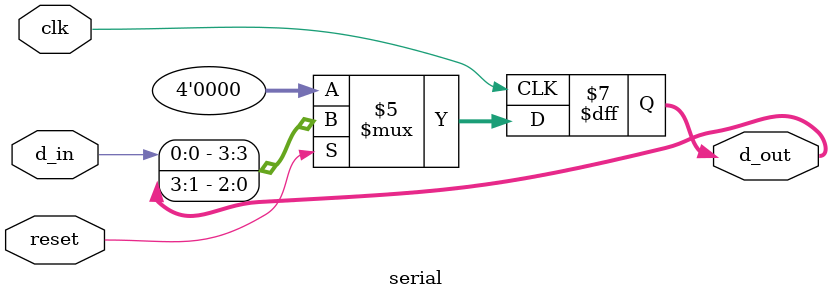
<source format=v>
`timescale 1ns / 1ps


module serial(d_in,reset,clk,d_out);
input d_in,reset,clk;
output reg [3:0]  d_out;
initial 
d_out=4'b0000;
always@(posedge clk) 
 if(!reset)
 d_out=4'b0000;
 else  
   d_out={d_in,d_out[3:1]};

endmodule

</source>
